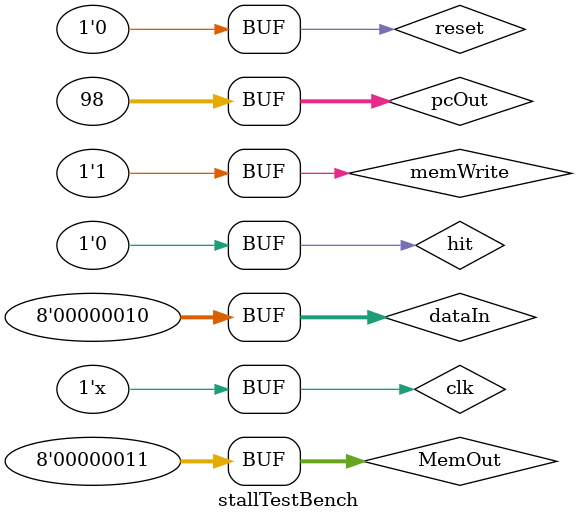
<source format=v>
module stallModule(input clk, input hit, input [7:0] dataIn, output reg [7:0] dataOut, output [31:0] decout, output reg stall);
	
	reg [5:0] count;
	decoder5to32 DECODER(count[4:0], decout);
	// always @( memWrite or hit or dataIn )
	// begin
	// 	if ( memWrite == 1'b1 && hit == 1'b0 )
	// 		cycles = 5'd33;
	// 	else if ( memWrite == 1'b0 && hit == 1'b0 )
	// 		cycles = 5'd33;
	// end

	// always @( memWrite or hit or dataIn )
	// begin
	// 	count = 5'd0;
	// 	while ( count < cycles )
	// 	begin
	// 		stall = 1'b1;
	// 		temp = ((7 * count) + count);
	// 		dataOut[temp : (temp + 1)] = dataIn;
	// 	end
	// 	stall = 1'b0;
	// end

	always @(hit)
	begin
		if ( hit == 1'b0 )
		begin
			count = 5'd31;
			stall = 1'b1;
		end
	end

	always @(negedge clk)
	begin
		dataOut = dataIn;
		count = count - 1;
		if ( count >= 6'd0 && count < 6'd33)
			stall = 1'b1;
		else
			stall = 1'b0;
	end
endmodule

module stallTestBench();
	
	reg hit, clk, reset, memWrite;
	wire stall;
	reg[31:0] pcOut;
	reg [7:0] dataIn;
	wire [7:0] dataOut;
	wire [255:0] blockOut;
	reg[7:0] MemOut;

	stallModule mod(clk, hit, dataIn, dataOut, decOut, stall);
	cache_top TOP_FINAL(clk,reset,pcOut, memWrite, MemOut, dataIn,
					    dataOut, blockOut );

	always #5 clk = ~clk;
	initial
	begin
		clk = 1'b0; reset = 1'b1;
		pcOut=32'h00000062;
		memWrite=1'b1;
		MemOut=8'd3;
		#10 reset = 1'b0;
		#10 hit = 1'b0; dataIn = 8'h00;
		#10 hit = 1'b0; dataIn = 8'h01;
		#10 hit = 1'b0; dataIn = 8'h01;
		#10 hit = 1'b0; dataIn = 8'h02;

		#10 hit = 1'b0; dataIn = 8'h00;
		#10 hit = 1'b0; dataIn = 8'h01;
		#10 hit = 1'b0; dataIn = 8'h01;
		#10 hit = 1'b0; dataIn = 8'h02;

		#10 hit = 1'b0; dataIn = 8'h00;
		#10 hit = 1'b0; dataIn = 8'h01;
		#10 hit = 1'b0; dataIn = 8'h01;
		#10 hit = 1'b0; dataIn = 8'h02;

		#10 hit = 1'b0; dataIn = 8'h00;
		#10 hit = 1'b0; dataIn = 8'h01;
		#10 hit = 1'b0; dataIn = 8'h01;
		#10 hit = 1'b0; dataIn = 8'h02;

		#10 hit = 1'b0; dataIn = 8'h00;
		#10 hit = 1'b0; dataIn = 8'h01;
		#10 hit = 1'b0; dataIn = 8'h01;
		#10 hit = 1'b0; dataIn = 8'h02;

		#10 hit = 1'b0; dataIn = 8'h00;
		#10 hit = 1'b0; dataIn = 8'h01;
		#10 hit = 1'b0; dataIn = 8'h01;
		#10 hit = 1'b0; dataIn = 8'h02;

		#10 hit = 1'b0; dataIn = 8'h00;
		#10 hit = 1'b0; dataIn = 8'h01;
		#10 hit = 1'b0; dataIn = 8'h01;
		#10 hit = 1'b0; dataIn = 8'h02;

		#10 hit = 1'b0; dataIn = 8'h00;
		#10 hit = 1'b0; dataIn = 8'h01;
		#10 hit = 1'b0; dataIn = 8'h01;
		#10 hit = 1'b0; dataIn = 8'h02;

	end
endmodule
</source>
